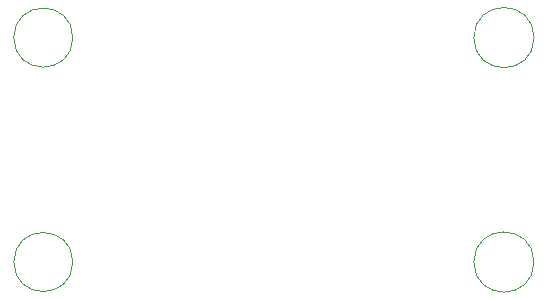
<source format=gbr>
%TF.GenerationSoftware,KiCad,Pcbnew,(5.1.10)-1*%
%TF.CreationDate,2021-07-30T22:48:11+05:30*%
%TF.ProjectId,Logic Board,4c6f6769-6320-4426-9f61-72642e6b6963,rev?*%
%TF.SameCoordinates,Original*%
%TF.FileFunction,Legend,Bot*%
%TF.FilePolarity,Positive*%
%FSLAX46Y46*%
G04 Gerber Fmt 4.6, Leading zero omitted, Abs format (unit mm)*
G04 Created by KiCad (PCBNEW (5.1.10)-1) date 2021-07-30 22:48:11*
%MOMM*%
%LPD*%
G01*
G04 APERTURE LIST*
%ADD10C,0.120000*%
G04 APERTURE END LIST*
D10*
X169549510Y-110000000D02*
G75*
G03*
X169549510Y-110000000I-2549510J0D01*
G01*
X130500000Y-110000000D02*
G75*
G03*
X130500000Y-110000000I-2500000J0D01*
G01*
X130500000Y-91000000D02*
G75*
G03*
X130500000Y-91000000I-2500000J0D01*
G01*
X169549510Y-91000000D02*
G75*
G03*
X169549510Y-91000000I-2549510J0D01*
G01*
M02*

</source>
